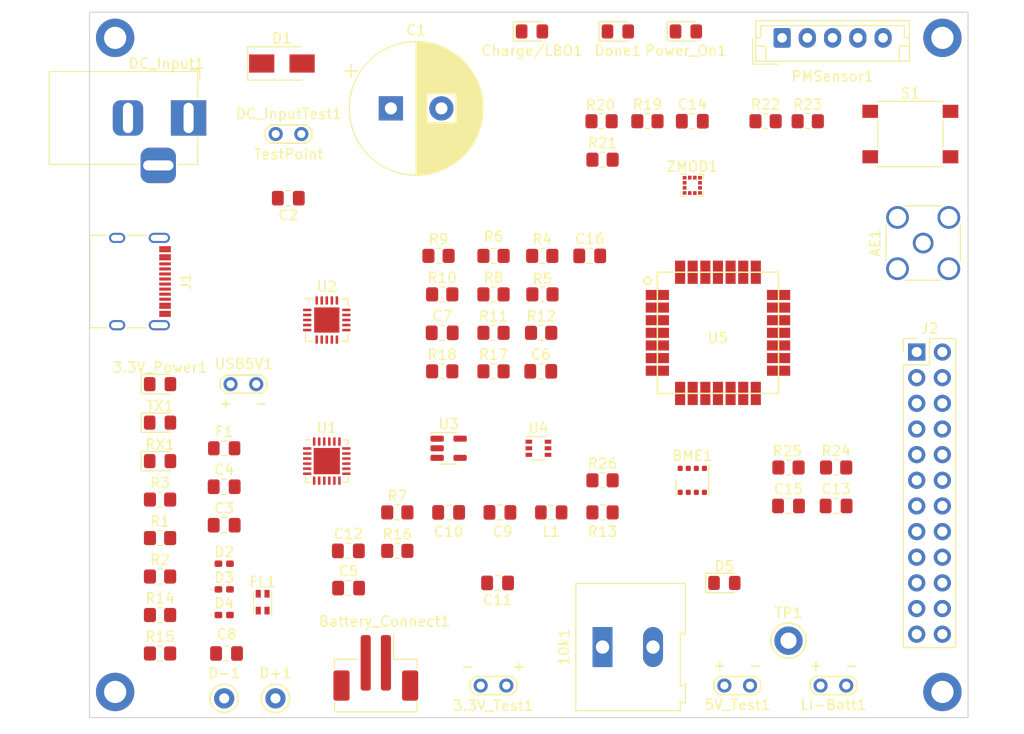
<source format=kicad_pcb>
(kicad_pcb (version 20211014) (generator pcbnew)
  (title_block (title "Aether Node ") (date "2022-01-01") (rev "1") (comment 1 "Randy Alvarez") (comment 3 "Editors"))
  (layers (0 "F.Cu" signal) (1 "In1.Cu" signal "Power.Cu") (2 "In2.Cu" signal "GND.Cu") (31 "B.Cu" signal) (34 "B.Paste" user) (35 "F.Paste" user) (36 "B.SilkS" user "B.Silkscreen") (37 "F.SilkS" user "F.Silkscreen") (38 "B.Mask" user) (39 "F.Mask" user) (44 "Edge.Cuts" user))
  (net 0 "")
  (net 1 "+3.3V")
  (net 2 "GND")
  (net 3 "PB4{slash}LED")
  (net 4 "Net-(3.3V_Power1-Pad2)")
  (net 5 "+5V")
  (net 6 "Net-(10k1-Pad1)")
  (net 7 "Net-(AE1-Pad1)")
  (net 8 "Battery")
  (net 9 "PA15{slash}SDA")
  (net 10 "PB15{slash}SCL")
  (net 11 "USB5V")
  (net 12 "/Power/VDD")
  (net 13 "RST")
  (net 14 "Net-(C6-Pad2)")
  (net 15 "Net-(C7-Pad1)")
  (net 16 "Net-(C10-Pad1)")
  (net 17 "Charge{slash}LBO ")
  (net 18 "Net-(Charge/LBO1-Pad2)")
  (net 19 "Net-(D+1-Pad1)")
  (net 20 "Net-(D-1-Pad1)")
  (net 21 "Net-(D1-Pad2)")
  (net 22 "PB3")
  (net 23 "/Power/GND_Break")
  (net 24 "Charge Done")
  (net 25 "Net-(Done1-Pad2)")
  (net 26 "Net-(FL1-Pad2)")
  (net 27 "Net-(FL1-Pad4)")
  (net 32 "PA13{slash}SWDIO")
  (net 33 "PA14{slash}SWCLK")
  (net 34 "PA10{slash}MOSI")
  (net 35 "PB14{slash}MISO")
  (net 36 "PB9{slash}NSS")
  (net 37 "PA13{slash}SCK")
  (net 38 "PA0{slash}D0")
  (net 39 "PA3{slash}RX2")
  (net 40 "Power On")
  (net 41 "Boost SHDN{slash}PC1")
  (net 42 "PB5{slash}ZMOD_INT")
  (net 43 "PB6{slash}TX")
  (net 44 "PB7{slash}RX")
  (net 45 "PA2{slash}TX2")
  (net 46 "Net-(L1-Pad2)")
  (net 47 "Net-(Power_On1-Pad2)")
  (net 48 "Net-(R7-Pad1)")
  (net 49 "Net-(R8-Pad1)")
  (net 50 "Net-(R10-Pad2)")
  (net 51 "Net-(R11-Pad2)")
  (net 52 "Net-(R12-Pad2)")
  (net 53 "Net-(R13-Pad2)")
  (net 54 "/Power/THERM")
  (net 55 "Net-(R19-Pad2)")
  (net 56 "Net-(TP1-Pad1)")
  (net 69 "Net-(R14-Pad2)")
  (net 70 "Net-(R15-Pad2)")
  (net 71 "Net-(RX1-Pad1)")
  (net 72 "Net-(TX1-Pad1)")
  (net 73 "VCC")
  (net 74 "Net-(J1-PadA5)")
  (net 75 "Net-(J1-PadB5)")
  (footprint "MountingHole:MountingHole_2.2mm_M2_ISO14580_Pad_TopBottom" (layer "F.Cu") (at 106.045 138.43)
    (fp_text reference "H2")
    (fp_text value "MountingHole")
    (pad "1" thru_hole circle locked (at 0 0) (size 2.6 2.6) (drill 2.2) (layers *.Cu *.Mask) (net 2 "GND"))
    (pad "1" connect circle locked (at 0 0) (size 3.8 3.8) (layers "F.Cu" "F.Mask") (net 2 "GND"))
    (pad "1" connect circle locked (at 0 0) (size 3.8 3.8) (layers "B.Cu" "B.Mask") (net 2 "GND"))
  )
  (footprint "TestPoint:TestPoint_2Pads_Pitch2.54mm_Drill0.8mm" (layer "F.Cu") (at 117.475 107.95)
    (fp_text reference "USB5V1" (at 1.3 -2) (layer "F.SilkS"))
    (fp_text value "TestPoint")
    (fp_text user "+   -" (at 1.27 1.905) (layer "F.SilkS"))
    (pad "1" thru_hole circle locked (at 0 0) (size 1.4 1.4) (drill 0.8) (layers *.Cu *.Mask) (net 11 "USB5V"))
    (pad "2" thru_hole circle locked (at 2.54 0) (size 1.4 1.4) (drill 0.8) (layers *.Cu *.Mask) (net 2 "GND"))
  )
  (footprint "Connector_PinHeader_2.54mm:PinHeader_2x12_P2.54mm_Vertical" (layer "F.Cu") (at 185.415 104.77)
    (fp_text reference "J2" (at 1.27 -2.33) (layer "F.SilkS"))
    (fp_text value "Conn_02x12_Top_Bottom")
    (pad "1" thru_hole rect locked (at 0 0) (size 1.7 1.7) (drill 1) (layers *.Cu *.Mask) (net 11 "USB5V"))
    (pad "2" thru_hole oval locked (at 2.54 0) (size 1.7 1.7) (drill 1) (layers *.Cu *.Mask) (net 1 "+3.3V"))
    (pad "3" thru_hole oval locked (at 0 2.54) (size 1.7 1.7) (drill 1) (layers *.Cu *.Mask) (net 32 "PA13{slash}SWDIO"))
    (pad "4" thru_hole oval locked (at 2.54 2.54) (size 1.7 1.7) (drill 1) (layers *.Cu *.Mask) (net 33 "PA14{slash}SWCLK"))
    (pad "5" thru_hole oval locked (at 0 5.08) (size 1.7 1.7) (drill 1) (layers *.Cu *.Mask) (net 13 "RST"))
    (pad "6" thru_hole oval locked (at 2.54 5.08) (size 1.7 1.7) (drill 1) (layers *.Cu *.Mask) (net 2 "GND"))
    (pad "7" thru_hole oval locked (at 0 7.62) (size 1.7 1.7) (drill 1) (layers *.Cu *.Mask) (net 34 "PA10{slash}MOSI"))
    (pad "8" thru_hole oval locked (at 2.54 7.62) (size 1.7 1.7) (drill 1) (layers *.Cu *.Mask) (net 35 "PB14{slash}MISO"))
    (pad "9" thru_hole oval locked (at 0 10.16) (size 1.7 1.7) (drill 1) (layers *.Cu *.Mask) (net 36 "PB9{slash}NSS"))
    (pad "10" thru_hole oval locked (at 2.54 10.16) (size 1.7 1.7) (drill 1) (layers *.Cu *.Mask) (net 37 "PA13{slash}SCK"))
    (pad "11" thru_hole oval locked (at 0 12.7) (size 1.7 1.7) (drill 1) (layers *.Cu *.Mask) (net 38 "PA0{slash}D0"))
    (pad "12" thru_hole oval locked (at 2.54 12.7) (size 1.7 1.7) (drill 1) (layers *.Cu *.Mask) (net 39 "PA3{slash}RX2"))
    (pad "13" thru_hole oval locked (at 0 15.24) (size 1.7 1.7) (drill 1) (layers *.Cu *.Mask) (net 40 "Power On"))
    (pad "14" thru_hole oval locked (at 2.54 15.24) (size 1.7 1.7) (drill 1) (layers *.Cu *.Mask) (net 24 "Charge Done"))
    (pad "15" thru_hole oval locked (at 0 17.78) (size 1.7 1.7) (drill 1) (layers *.Cu *.Mask) (net 17 "Charge{slash}LBO "))
    (pad "16" thru_hole oval locked (at 2.54 17.78) (size 1.7 1.7) (drill 1) (layers *.Cu *.Mask) (net 41 "Boost SHDN{slash}PC1"))
    (pad "17" thru_hole oval locked (at 0 20.32) (size 1.7 1.7) (drill 1) (layers *.Cu *.Mask) (net 42 "PB5{slash}ZMOD_INT"))
    (pad "18" thru_hole oval locked (at 2.54 20.32) (size 1.7 1.7) (drill 1) (layers *.Cu *.Mask) (net 43 "PB6{slash}TX"))
    (pad "19" thru_hole oval locked (at 0 22.86) (size 1.7 1.7) (drill 1) (layers *.Cu *.Mask) (net 44 "PB7{slash}RX"))
    (pad "20" thru_hole oval locked (at 2.54 22.86) (size 1.7 1.7) (drill 1) (layers *.Cu *.Mask) (net 22 "PB3"))
    (pad "21" thru_hole oval locked (at 0 25.4) (size 1.7 1.7) (drill 1) (layers *.Cu *.Mask) (net 10 "PB15{slash}SCL"))
    (pad "22" thru_hole oval locked (at 2.54 25.4) (size 1.7 1.7) (drill 1) (layers *.Cu *.Mask) (net 9 "PA15{slash}SDA"))
    (pad "23" thru_hole oval locked (at 0 27.94) (size 1.7 1.7) (drill 1) (layers *.Cu *.Mask) (net 45 "PA2{slash}TX2"))
    (pad "24" thru_hole oval locked (at 2.54 27.94) (size 1.7 1.7) (drill 1) (layers *.Cu *.Mask) (net 2 "GND"))
  )
  (footprint "Diode_SMD:D_SMA" (layer "F.Cu") (at 122.555 76.2)
    (fp_text reference "D1" (at 0 -2.5) (layer "F.SilkS"))
    (fp_text value "B120-E3")
    (pad "1" smd rect locked (at -2 0) (size 2.5 1.8) (layers "F.Cu" "F.Paste" "F.Mask") (net 73 "VCC"))
    (pad "2" smd rect locked (at 2 0) (size 2.5 1.8) (layers "F.Cu" "F.Paste" "F.Mask") (net 21 "Net-(D1-Pad2)"))
  )
  (footprint "Resistor_SMD:R_0805_2012Metric_Pad1.20x1.40mm_HandSolder" (layer "F.Cu") (at 138.43 99.06)
    (fp_text reference "R10" (at 0 -1.65) (layer "F.SilkS"))
    (fp_text value "2k")
    (pad "1" smd roundrect locked (at -1 0) (size 1.2 1.4) (layers "F.Cu" "F.Paste" "F.Mask") (roundrect_rratio 0.208333) (net 2 "GND"))
    (pad "2" smd roundrect locked (at 1 0) (size 1.2 1.4) (layers "F.Cu" "F.Paste" "F.Mask") (roundrect_rratio 0.208333) (net 50 "Net-(R10-Pad2)"))
  )
  (footprint "TerminalBlock:TerminalBlock_Altech_AK300-2_P5.00mm" (layer "F.Cu") (at 154.305 133.985)
    (fp_text reference "10k1" (at -3.81 0 90) (layer "F.SilkS"))
    (fp_text value "Thermistor")
    (pad "1" thru_hole rect locked (at 0 0) (size 1.98 3.96) (drill 1.32) (layers *.Cu *.Mask) (net 6 "Net-(10k1-Pad1)"))
    (pad "2" thru_hole oval locked (at 5 0) (size 1.98 3.96) (drill 1.32) (layers *.Cu *.Mask) (net 2 "GND"))
  )
  (footprint "Capacitor_SMD:C_0805_2012Metric_Pad1.18x1.45mm_HandSolder" (layer "F.Cu") (at 172.72 120.015)
    (fp_text reference "C15" (at 0 -1.68) (layer "F.SilkS"))
    (fp_text value "100nF")
    (pad "1" smd roundrect locked (at -1.0375 0) (size 1.175 1.45) (layers "F.Cu" "F.Paste" "F.Mask") (roundrect_rratio 0.212766) (net 1 "+3.3V"))
    (pad "2" smd roundrect locked (at 1.0375 0) (size 1.175 1.45) (layers "F.Cu" "F.Paste" "F.Mask") (roundrect_rratio 0.212766) (net 2 "GND"))
  )
  (footprint "Resistor_SMD:R_0805_2012Metric_Pad1.20x1.40mm_HandSolder" (layer "F.Cu") (at 154.305 117.475)
    (fp_text reference "R26" (at 0 -1.65) (layer "F.SilkS"))
    (fp_text value "36K")
    (pad "1" smd roundrect locked (at -1 0) (size 1.2 1.4) (layers "F.Cu" "F.Paste" "F.Mask") (roundrect_rratio 0.208333) (net 11 "USB5V"))
    (pad "2" smd roundrect locked (at 1 0) (size 1.2 1.4) (layers "F.Cu" "F.Paste" "F.Mask") (roundrect_rratio 0.208333) (net 22 "PB3"))
  )
  (footprint "Resistor_SMD:R_0805_2012Metric_Pad1.20x1.40mm_HandSolder" (layer "F.Cu") (at 138.43 106.68)
    (fp_text reference "R18" (at 0 -1.65) (layer "F.SilkS"))
    (fp_text value "100k")
    (pad "1" smd roundrect locked (at -1 0) (size 1.2 1.4) (layers "F.Cu" "F.Paste" "F.Mask") (roundrect_rratio 0.208333) (net 2 "GND"))
    (pad "2" smd roundrect locked (at 1 0) (size 1.2 1.4) (layers "F.Cu" "F.Paste" "F.Mask") (roundrect_rratio 0.208333) (net 6 "Net-(10k1-Pad1)"))
  )
  (footprint "Capacitor_SMD:C_0805_2012Metric_Pad1.18x1.45mm_HandSolder" (layer "F.Cu") (at 129.1375 124.46)
    (fp_text reference "C12" (at 0 -1.68) (layer "F.SilkS"))
    (fp_text value "10uF")
    (pad "1" smd roundrect locked (at -1.0375 0) (size 1.175 1.45) (layers "F.Cu" "F.Paste" "F.Mask") (roundrect_rratio 0.212766) (net 5 "+5V"))
    (pad "2" smd roundrect locked (at 1.0375 0) (size 1.175 1.45) (layers "F.Cu" "F.Paste" "F.Mask") (roundrect_rratio 0.212766) (net 2 "GND"))
  )
  (footprint "Resistor_SMD:R_0805_2012Metric_Pad1.20x1.40mm_HandSolder" (layer "F.Cu") (at 154.21 81.915 180)
    (fp_text reference "R20" (at 0.1082 1.6002) (layer "F.SilkS"))
    (fp_text value "10k")
    (pad "1" smd roundrect locked (at -1 0 180) (size 1.2 1.4) (layers "F.Cu" "F.Paste" "F.Mask") (roundrect_rratio 0.208333) (net 1 "+3.3V"))
    (pad "2" smd roundrect locked (at 1 0 180) (size 1.2 1.4) (layers "F.Cu" "F.Paste" "F.Mask") (roundrect_rratio 0.208333) (net 10 "PB15{slash}SCL"))
  )
  (footprint "TestPoint:TestPoint_2Pads_Pitch2.54mm_Drill0.8mm" (layer "F.Cu") (at 121.94 83.185)
    (fp_text reference "DC_InputTest1" (at 1.3 -2) (layer "F.SilkS"))
    (fp_text value "TestPoint" (at 1.27 2) (layer "F.SilkS"))
    (pad "1" thru_hole circle locked (at 0 0) (size 1.4 1.4) (drill 0.8) (layers *.Cu *.Mask) (net 2 "GND"))
    (pad "2" thru_hole circle locked (at 2.54 0) (size 1.4 1.4) (drill 0.8) (layers *.Cu *.Mask) (net 73 "VCC"))
  )
  (footprint "Resistor_SMD:R_0805_2012Metric_Pad1.20x1.40mm_HandSolder" (layer "F.Cu") (at 138.065 95.25)
    (fp_text reference "R9" (at 0 -1.65) (layer "F.SilkS"))
    (fp_text value "100k")
    (pad "1" smd roundrect locked (at -1 0) (size 1.2 1.4) (layers "F.Cu" "F.Paste" "F.Mask") (roundrect_rratio 0.208333) (net 2 "GND"))
    (pad "2" smd roundrect locked (at 1 0) (size 1.2 1.4) (layers "F.Cu" "F.Paste" "F.Mask") (roundrect_rratio 0.208333) (net 49 "Net-(R8-Pad1)"))
  )
  (footprint "Resistor_SMD:R_0805_2012Metric_Pad1.20x1.40mm_HandSolder" (layer "F.Cu") (at 110.49 127)
    (fp_text reference "R2" (at 0 -1.65) (layer "F.SilkS"))
    (fp_text value "1k")
    (pad "1" smd roundrect locked (at -1 0) (size 1.2 1.4) (layers "F.Cu" "F.Paste" "F.Mask") (roundrect_rratio 0.208333) (net 4 "Net-(3.3V_Power1-Pad2)"))
    (pad "2" smd roundrect locked (at 1 0) (size 1.2 1.4) (layers "F.Cu" "F.Paste" "F.Mask") (roundrect_rratio 0.208333) (net 1 "+3.3V"))
  )
  (footprint "Capacitor_SMD:C_0805_2012Metric_Pad1.18x1.45mm_HandSolder" (layer "F.Cu") (at 116.84 121.92)
    (fp_text reference "C3" (at 0 -1.68) (layer "F.SilkS"))
    (fp_text value "10uF")
    (pad "1" smd roundrect locked (at -1.0375 0) (size 1.175 1.45) (layers "F.Cu" "F.Paste" "F.Mask") (roundrect_rratio 0.212766) (net 11 "USB5V"))
    (pad "2" smd roundrect locked (at 1.0375 0) (size 1.175 1.45) (layers "F.Cu" "F.Paste" "F.Mask") (roundrect_rratio 0.212766) (net 2 "GND"))
  )
  (footprint "Resistor_SMD:R_0805_2012Metric_Pad1.20x1.40mm_HandSolder" (layer "F.Cu") (at 172.72 116.205 180)
    (fp_text reference "R25" (at 0.127 1.6256) (layer "F.SilkS"))
    (fp_text value "4.7k")
    (pad "1" smd roundrect locked (at -1 0 180) (size 1.2 1.4) (layers "F.Cu" "F.Paste" "F.Mask") (roundrect_rratio 0.208333) (net 1 "+3.3V"))
    (pad "2" smd roundrect locked (at 1 0 180) (size 1.2 1.4) (layers "F.Cu" "F.Paste" "F.Mask") (roundrect_rratio 0.208333) (net 10 "PB15{slash}SCL"))
  )
  (footprint "Button_Switch_SMD:SW_Push_1P1T_NO_6x6mm_H9.5mm" (layer "F.Cu") (at 184.785 83.185)
    (fp_text reference "S1" (at 0 -4.05) (layer "F.SilkS"))
    (fp_text value "Button")
    (pad "1" smd rect locked (at 3.975 -2.25) (size 1.55 1.3) (layers "F.Cu" "F.Paste" "F.Mask") (net 13 "RST"))
    (pad "1" smd rect locked (at -3.975 -2.25) (size 1.55 1.3) (layers "F.Cu" "F.Paste" "F.Mask") (net 13 "RST"))
    (pad "2" smd rect locked (at 3.975 2.25) (size 1.55 1.3) (layers "F.Cu" "F.Paste" "F.Mask") (net 2 "GND"))
    (pad "2" smd rect locked (at -3.975 2.25) (size 1.55 1.3) (layers "F.Cu" "F.Paste" "F.Mask") (net 2 "GND"))
  )
  (footprint "Capacitor_SMD:C_0805_2012Metric_Pad1.18x1.45mm_HandSolder" (layer "F.Cu") (at 177.435 120.015)
    (fp_text reference "C13" (at 0 -1.68) (layer "F.SilkS"))
    (fp_text value "100nF")
    (pad "1" smd roundrect locked (at -1.0375 0) (size 1.175 1.45) (layers "F.Cu" "F.Paste" "F.Mask") (roundrect_rratio 0.212766) (net 1 "+3.3V"))
    (pad "2" smd roundrect locked (at 1.0375 0) (size 1.175 1.45) (layers "F.Cu" "F.Paste" "F.Mask") (roundrect_rratio 0.212766) (net 2 "GND"))
  )
  (footprint "Resistor_SMD:R_0805_2012Metric_Pad1.20x1.40mm_HandSolder" (layer "F.Cu") (at 110.49 119.38)
    (fp_text reference "R3" (at 0 -1.65) (layer "F.SilkS"))
    (fp_text value "5.1k")
    (pad "1" smd roundrect locked (at -1 0) (size 1.2 1.4) (layers "F.Cu" "F.Paste" "F.Mask") (roundrect_rratio 0.208333) (net 2 "GND"))
    (pad "2" smd roundrect locked (at 1 0) (size 1.2 1.4) (layers "F.Cu" "F.Paste" "F.Mask") (roundrect_rratio 0.208333) (net 75 "Net-(J1-PadB5)"))
  )
  (footprint "TestPoint:TestPoint_Keystone_5005-5009_Compact" (layer "F.Cu") (at 172.72 133.35)
    (fp_text reference "TP1" (at 0 -2.75) (layer "F.SilkS"))
    (fp_text value "TestPoint")
    (pad "1" thru_hole circle locked (at 0 0) (size 2.8 2.8) (drill 1.6) (layers *.Cu *.Mask) (net 56 "Net-(TP1-Pad1)"))
  )
  (footprint "Capacitor_SMD:C_0805_2012Metric_Pad1.18x1.45mm_HandSolder" (layer "F.Cu") (at 163.195 81.915)
    (fp_text reference "C14" (at 0 -1.68) (layer "F.SilkS"))
    (fp_text value "100nF")
    (pad "1" smd roundrect locked (at -1.0375 0) (size 1.175 1.45) (layers "F.Cu" "F.Paste" "F.Mask") (roundrect_rratio 0.212766) (net 1 "+3.3V"))
    (pad "2" smd roundrect locked (at 1.0375 0) (size 1.175 1.45) (layers "F.Cu" "F.Paste" "F.Mask") (roundrect_rratio 0.212766) (net 2 "GND"))
  )
  (footprint "Connector_JST:JST_EH_B5B-EH-A_1x05_P2.50mm_Vertical" (layer "F.Cu") (at 172.085 73.66)
    (fp_text reference "PMSensor1" (at 5 3.81) (layer "F.SilkS"))
    (fp_text value "SPS30")
    (pad "1" thru_hole roundrect locked (at 0 0) (size 1.7 1.95) (drill 0.95) (layers *.Cu *.Mask) (roundrect_rratio 0.147059) (net 5 "+5V"))
    (pad "2" thru_hole oval locked (at 2.5 0) (size 1.7 1.95) (drill 0.95) (layers *.Cu *.Mask) (net 9 "PA15{slash}SDA"))
    (pad "3" thru_hole oval locked (at 5 0) (size 1.7 1.95) (drill 0.95) (layers *.Cu *.Mask) (net 10 "PB15{slash}SCL"))
    (pad "4" thru_hole oval locked (at 7.5 0) (size 1.7 1.95) (drill 0.95) (layers *.Cu *.Mask) (net 2 "GND"))
    (pad "5" thru_hole oval locked (at 10 0) (size 1.7 1.95) (drill 0.95) (layers *.Cu *.Mask) (net 2 "GND"))
  )
  (footprint "Package_TO_SOT_SMD:SOT-23-5" (layer "F.Cu") (at 139.065 114.3)
    (fp_text reference "U3" (at 0 -2.4) (layer "F.SilkS"))
    (fp_text value "LP2985-3.3")
    (pad "1" smd roundrect locked (at -1.1375 -0.95) (size 1.325 0.6) (layers "F.Cu" "F.Paste" "F.Mask") (net 15 "Net-(C7-Pad1)"))
    (pad "2" smd roundrect locked (at -1.1375 0) (size 1.325 0.6) (layers "F.Cu" "F.Paste" "F.Mask") (net 2 "GND"))
    (pad "3" smd roundrect locked (at -1.1375 0.95) (size 1.325 0.6) (layers "F.Cu" "F.Paste" "F.Mask") (net 15 "Net-(C7-Pad1)"))
    (pad "4" smd roundrect locked (at 1.1375 0.95) (size 1.325 0.6) (layers "F.Cu" "F.Paste" "F.Mask") (net 16 "Net-(C10-Pad1)"))
    (pad "5" smd roundrect locked (at 1.1375 -0.95) (size 1.325 0.6) (layers "F.Cu" "F.Paste" "F.Mask") (net 1 "+3.3V"))
  )
  (footprint "Resistor_SMD:R_0805_2012Metric_Pad1.20x1.40mm_HandSolder" (layer "F.Cu") (at 110.49 130.81)
    (fp_text reference "R14" (at 0 -1.65) (layer "F.SilkS"))
    (fp_text value "1k")
    (pad "1" smd roundrect locked (at -1 0) (size 1.2 1.4) (layers "F.Cu" "F.Paste" "F.Mask") (roundrect_rratio 0.208333) (net 12 "/Power/VDD"))
    (pad "2" smd roundrect locked (at 1 0) (size 1.2 1.4) (layers "F.Cu" "F.Paste" "F.Mask") (roundrect_rratio 0.208333) (net 69 "Net-(R14-Pad2)"))
  )
  (footprint "Resistor_SMD:R_0805_2012Metric_Pad1.20x1.40mm_HandSolder" (layer "F.Cu") (at 110.49 134.62)
    (fp_text reference "R15" (at 0 -1.65) (layer "F.SilkS"))
    (fp_text value "1k")
    (pad "1" smd roundrect locked (at -1 0) (size 1.2 1.4) (layers "F.Cu" "F.Paste" "F.Mask") (roundrect_rratio 0.208333) (net 12 "/Power/VDD"))
    (pad "2" smd roundrect locked (at 1 0) (size 1.2 1.4) (layers "F.Cu" "F.Paste" "F.Mask") (roundrect_rratio 0.208333) (net 70 "Net-(R15-Pad2)"))
  )
  (footprint "Resistor_SMD:R_0805_2012Metric_Pad1.20x1.40mm_HandSolder" (layer "F.Cu") (at 148.336 95.25 180)
    (fp_text reference "R4" (at 0 1.651) (layer "F.SilkS"))
    (fp_text value "1k")
    (pad "1" smd roundrect locked (at -1 0 180) (size 1.2 1.4) (layers "F.Cu" "F.Paste" "F.Mask") (roundrect_rratio 0.208333) (net 18 "Net-(Charge/LBO1-Pad2)"))
    (pad "2" smd roundrect locked (at 1 0 180) (size 1.2 1.4) (layers "F.Cu" "F.Paste" "F.Mask") (roundrect_rratio 0.208333) (net 73 "VCC"))
  )
  (footprint "Diode_SMD:D_0402_1005Metric_Pad0.77x0.64mm_HandSolder" (layer "F.Cu") (at 116.84 125.73)
    (fp_text reference "D2" (at 0 -1.17) (layer "F.SilkS"))
    (fp_text value "ESD Diode")
    (pad "1" smd roundrect locked (at -0.5725 0) (size 0.765 0.64) (layers "F.Cu" "F.Paste" "F.Mask") (net 11 "USB5V"))
    (pad "2" smd roundrect locked (at 0.5725 0) (size 0.765 0.64) (layers "F.Cu" "F.Paste" "F.Mask") (net 2 "GND"))
  )
  (footprint "Capacitor_SMD:C_0805_2012Metric_Pad1.18x1.45mm_HandSolder" (layer "F.Cu") (at 143.9125 127.635 180)
    (fp_text reference "C11" (at 0 -1.68) (layer "F.SilkS"))
    (fp_text value "10uF")
    (pad "1" smd roundrect locked (at -1.0375 0 180) (size 1.175 1.45) (layers "F.Cu" "F.Paste" "F.Mask") (roundrect_rratio 0.212766) (net 1 "+3.3V"))
    (pad "2" smd roundrect locked (at 1.0375 0 180) (size 1.175 1.45) (layers "F.Cu" "F.Paste" "F.Mask") (roundrect_rratio 0.212766) (net 2 "GND"))
  )
  (footprint "TestPoint:TestPoint_2Pads_Pitch2.54mm_Drill0.8mm" (layer "F.Cu") (at 166.37 137.795)
    (fp_text reference "5V_Test1" (at 1.3 1.905) (layer "F.SilkS"))
    (fp_text value "TestPoint")
    (fp_text user "+   -" (at 1.3 -2) (layer "F.SilkS"))
    (pad "1" thru_hole circle locked (at 0 0) (size 1.4 1.4) (drill 0.8) (layers *.Cu *.Mask) (net 5 "+5V"))
    (pad "2" thru_hole circle locked (at 2.54 0) (size 1.4 1.4) (drill 0.8) (layers *.Cu *.Mask) (net 2 "GND"))
  )
  (footprint "TestPoint:TestPoint_Keystone_5000-5004_Miniature" (layer "F.Cu") (at 121.92 139.065)
    (fp_text reference "D+1" (at 0 -2.5) (layer "F.SilkS"))
    (fp_text value "TestPoint")
    (pad "1" thru_hole circle locked (at 0 0) (size 2 2) (drill 1) (layers *.Cu *.Mask) (net 19 "Net-(D+1-Pad1)"))
  )
  (footprint "Package_DFN_QFN:QFN-24-1EP_4x4mm_P0.5mm_EP2.6x2.6mm" (layer "F.Cu") (at 127 115.57)
    (fp_text reference "U1" (at 0 -3.3) (layer "F.SilkS"))
    (fp_text value "CP2102N")
    (pad "1" smd roundrect locked (at -1.9375 -1.25) (size 0.825 0.25) (layers "F.Cu" "F.Paste" "F.Mask"))
    (pad "2" smd roundrect locked (at -1.9375 -0.75) (size 0.825 0.25) (layers "F.Cu" "F.Paste" "F.Mask") (net 2 "GND"))
    (pad "3" smd roundrect locked (at -1.9375 -0.25) (size 0.825 0.25) (layers "F.Cu" "F.Paste" "F.Mask") (net 26 "Net-(FL1-Pad2)"))
    (pad "4" smd roundrect locked (at -1.9375 0.25) (size 0.825 0.25) (layers "F.Cu" "F.Paste" "F.Mask") (net 27 "Net-(FL1-Pad4)"))
    (pad "5" smd roundrect locked (at -1.9375 0.75) (size 0.825 0.25) (layers "F.Cu" "F.Paste" "F.Mask") (net 12 "/Power/VDD"))
    (pad "6" smd roundrect locked (at -1.9375 1.25) (size 0.825 0.25) (layers "F.Cu" "F.Paste" "F.Mask") (net 12 "/Power/VDD"))
    (pad "7" smd roundrect locked (at -1.25 1.9375) (size 0.25 0.825) (layers "F.Cu" "F.Paste" "F.Mask") (net 11 "USB5V"))
    (pad "8" smd roundrect locked (at -0.75 1.9375) (size 0.25 0.825) (layers "F.Cu" "F.Paste" "F.Mask") (net 11 "USB5V"))
    (pad "9" smd roundrect locked (at -0.25 1.9375) (size 0.25 0.825) (layers "F.Cu" "F.Paste" "F.Mask") (net 48 "Net-(R7-Pad1)"))
    (pad "10" smd roundrect locked (at 0.25 1.9375) (size 0.25 0.825) (layers "F.Cu" "F.Paste" "F.Mask"))
    (pad "11" smd roundrect locked (at 0.75 1.9375) (size 0.25 0.825) (layers "F.Cu" "F.Paste" "F.Mask"))
    (pad "12" smd roundrect locked (at 1.25 1.9375) (size 0.25 0.825) (layers "F.Cu" "F.Paste" "F.Mask"))
    (pad "13" smd roundrect locked (at 1.9375 1.25) (size 0.825 0.25) (layers "F.Cu" "F.Paste" "F.Mask") (net 71 "Net-(RX1-Pad1)"))
    (pad "14" smd roundrect locked (at 1.9375 0.75) (size 0.825 0.25) (layers "F.Cu" "F.Paste" "F.Mask") (net 72 "Net-(TX1-Pad1)"))
    (pad "15" smd roundrect locked (at 1.9375 0.25) (size 0.825 0.25) (layers "F.Cu" "F.Paste" "F.Mask"))
    (pad "16" smd roundrect locked (at 1.9375 -0.25) (size 0.825 0.25) (layers "F.Cu" "F.Paste" "F.Mask"))
    (pad "17" smd roundrect locked (at 1.9375 -0.75) (size 0.825 0.25) (layers "F.Cu" "F.Paste" "F.Mask"))
    (pad "18" smd roundrect locked (at 1.9375 -1.25) (size 0.825 0.25) (layers "F.Cu" "F.Paste" "F.Mask"))
    (pad "19" smd roundrect locked (at 1.25 -1.9375) (size 0.25 0.825) (layers "F.Cu" "F.Paste" "F.Mask"))
    (pad "20" smd roundrect locked (at 0.75 -1.9375) (size 0.25 0.825) (layers "F.Cu" "F.Paste" "F.Mask") (net 53 "Net-(R13-Pad2)"))
    (pad "21" smd roundrect locked (at 0.25 -1.9375) (size 0.25 0.825) (layers "F.Cu" "F.Paste" "F.Mask") (net 52 "Net-(R12-Pad2)"))
    (pad "22" smd roundrect locked (at -0.25 -1.9375) (size 0.25 0.825) (layers "F.Cu" "F.Paste" "F.Mask"))
    (pad "23" smd roundrect locked (at -0.75 -1.9375) (size 0.25 0.825) (layers "F.Cu" "F.Paste" "F.Mask") (net 14 "Net-(C6-Pad2)"))
    (pad "24" smd roundrect locked (at -1.25 -1.9375) (size 0.25 0.825) (layers "F.Cu" "F.Paste" "F.Mask"))
    (pad "25" smd rect locked (at 0 0) (size 2.6 2.6) (layers "F.Cu" "F.Mask") (net 2 "GND"))
  )
  (footprint "Resistor_SMD:R_0805_2012Metric_Pad1.20x1.40mm_HandSolder" (layer "F.Cu") (at 143.51 95.25 180)
    (fp_text reference "R6" (at 0 1.905) (layer "F.SilkS"))
    (fp_text value "1k")
    (pad "1" smd roundrect locked (at -1 0 180) (size 1.2 1.4) (layers "F.Cu" "F.Paste" "F.Mask") (roundrect_rratio 0.208333) (net 47 "Net-(Power_On1-Pad2)"))
    (pad "2" smd roundrect locked (at 1 0 180) (size 1.2 1.4) (layers "F.Cu" "F.Paste" "F.Mask") (roundrect_rratio 0.208333) (net 73 "VCC"))
  )
  (footprint "LED_SMD:LED_0805_2012Metric_Pad1.15x1.40mm_HandSolder" (layer "F.Cu") (at 147.32 73.025)
    (fp_text reference "Charge/LBO1" (at 0 1.905) (layer "F.SilkS"))
    (fp_text value "Orange")
    (pad "1" smd roundrect locked (at -1.025 0) (size 1.15 1.4) (layers "F.Cu" "F.Paste" "F.Mask") (roundrect_rratio 0.217391) (net 17 "Charge{slash}LBO "))
    (pad "2" smd roundrect locked (at 1.025 0) (size 1.15 1.4) (layers "F.Cu" "F.Paste" "F.Mask") (roundrect_rratio 0.217391) (net 18 "Net-(Charge/LBO1-Pad2)"))
  )
  (footprint "MountingHole:MountingHole_2.2mm_M2_ISO14580_Pad_TopBottom" (layer "F.Cu") (at 106.045 73.66)
    (fp_text reference "H4")
    (fp_text value "MountingHole")
    (pad "1" thru_hole circle locked (at 0 0) (size 2.6 2.6) (drill 2.2) (layers *.Cu *.Mask) (net 2 "GND"))
    (pad "1" connect circle locked (at 0 0) (size 3.8 3.8) (layers "B.Cu" "B.Mask") (net 2 "GND"))
    (pad "1" connect circle locked (at 0 0) (size 3.8 3.8) (layers "F.Cu" "F.Mask") (net 2 "GND"))
  )
  (footprint "Diode_SMD:D_0402_1005Metric_Pad0.77x0.64mm_HandSolder" (layer "F.Cu") (at 116.84 128.27)
    (fp_text reference "D3" (at 0 -1.17) (layer "F.SilkS"))
    (fp_text value "ESD Diode")
    (pad "1" smd roundrect locked (at -0.5725 0) (size 0.765 0.64) (layers "F.Cu" "F.Paste" "F.Mask") (net 20 "Net-(D-1-Pad1)"))
    (pad "2" smd roundrect locked (at 0.5725 0) (size 0.765 0.64) (layers "F.Cu" "F.Paste" "F.Mask") (net 2 "GND"))
  )
  (footprint "LED_SMD:LED_0805_2012Metric_Pad1.15x1.40mm_HandSolder" (layer "F.Cu") (at 110.49 115.57)
    (fp_text reference "RX1" (at 0 -1.65) (layer "F.SilkS"))
    (fp_text value "Blue")
    (pad "1" smd roundrect locked (at -1.025 0) (size 1.15 1.4) (layers "F.Cu" "F.Paste" "F.Mask") (roundrect_rratio 0.217391) (net 71 "Net-(RX1-Pad1)"))
    (pad "2" smd roundrect locked (at 1.025 0) (size 1.15 1.4) (layers "F.Cu" "F.Paste" "F.Mask") (roundrect_rratio 0.217391) (net 70 "Net-(R15-Pad2)"))
  )
  (footprint "TestPoint:TestPoint_Keystone_5000-5004_Miniature" (layer "F.Cu") (at 116.84 139.065)
    (fp_text reference "D-1" (at 0 -2.5) (layer "F.SilkS"))
    (fp_text value "TestPoint")
    (pad "1" thru_hole circle locked (at 0 0) (size 2 2) (drill 1) (layers *.Cu *.Mask) (net 20 "Net-(D-1-Pad1)"))
  )
  (footprint "Connector_JST:JST_PH_B2B-PH-SM4-TB_1x02-1MP_P2.00mm_Vertical" (layer "F.Cu") (at 131.855 136.045 180)
    (fp_text reference "Battery_Connect1" (at -0.86 4.6) (layer "F.SilkS"))
    (fp_text value "JST_2_PIN_Connector")
    (pad "1" smd roundrect locked (at -1 0.5 180) (size 1 5.5) (layers "F.Cu" "F.Paste" "F.Mask") (net 8 "Battery"))
    (pad "2" smd roundrect locked (at 1 0.5 180) (size 1 5.5) (layers "F.Cu" "F.Paste" "F.Mask") (net 2 "GND"))
    (pad "MP" smd roundrect locked (at -3.4 -1.75 180) (size 1.6 3) (layers "F.Cu" "F.Paste" "F.Mask") (roundrect_rratio 0.15625))
    (pad "MP" smd roundrect locked (at 3.4 -1.75 180) (size 1.6 3) (layers "F.Cu" "F.Paste" "F.Mask") (roundrect_rratio 0.15625))
  )
  (footprint "Capacitor_SMD:C_0805_2012Metric_Pad1.18x1.45mm_HandSolder" (layer "F.Cu") (at 153.035 95.25)
    (fp_text reference "C16" (at 0 -1.68) (layer "F.SilkS"))
    (fp_text value "4.7uF")
    (pad "1" smd roundrect locked (at -1.0375 0) (size 1.175 1.45) (layers "F.Cu" "F.Paste" "F.Mask") (roundrect_rratio 0.212766) (net 2 "GND"))
    (pad "2" smd roundrect locked (at 1.0375 0) (size 1.175 1.45) (layers "F.Cu" "F.Paste" "F.Mask") (roundrect_rratio 0.212766) (net 1 "+3.3V"))
  )
  (footprint "Capacitor_SMD:C_0805_2012Metric_Pad1.18x1.45mm_HandSolder" (layer "F.Cu") (at 129.159 128.143)
    (fp_text reference "C5" (at 0 -1.68) (layer "F.SilkS"))
    (fp_text value "100nF")
    (pad "1" smd roundrect locked (at -1.0375 0) (size 1.175 1.45) (layers "F.Cu" "F.Paste" "F.Mask") (roundrect_rratio 0.212766) (net 12 "/Power/VDD"))
    (pad "2" smd roundrect locked (at 1.0375 0) (size 1.175 1.45) (layers "F.Cu" "F.Paste" "F.Mask") (roundrect_rratio 0.212766) (net 2 "GND"))
  )
  (footprint "Capacitor_THT:CP_Radial_D13.0mm_P5.00mm" (layer "F.Cu") (at 133.35 80.645)
    (fp_text reference "C1" (at 2.5 -7.75) (layer "F.SilkS"))
    (fp_text value "4.7mF/10V")
    (pad "1" thru_hole rect locked (at 0 0) (size 2.4 2.4) (drill 1.2) (layers *.Cu *.Mask) (net 73 "VCC"))
    (pad "2" thru_hole circle locked (at 5 0) (size 2.4 2.4) (drill 1.2) (layers *.Cu *.Mask) (net 2 "GND"))
  )
  (footprint "Inductor_SMD:L_0805_2012Metric_Pad1.15x1.40mm_HandSolder" (layer "F.Cu") (at 149.225 120.65)
    (fp_text reference "L1" (at 0 1.905) (layer "F.SilkS"))
    (fp_text value "10uH")
    (pad "1" smd roundrect locked (at -1.025 0) (size 1.15 1.4) (layers "F.Cu" "F.Paste" "F.Mask") (roundrect_rratio 0.217391) (net 8 "Battery"))
    (pad "2" smd roundrect locked (at 1.025 0) (size 1.15 1.4) (layers "F.Cu" "F.Paste" "F.Mask") (roundrect_rratio 0.217391) (net 46 "Net-(L1-Pad2)"))
  )
  (footprint "TestPoint:TestPoint_2Pads_Pitch2.54mm_Drill0.8mm" (layer "F.Cu") (at 144.78 137.795 180)
    (fp_text reference "3.3V_Test1" (at 1.3 -2) (layer "F.SilkS"))
    (fp_text value "TestPoint")
    (fp_text user "-     +" (at 1.3 1.905) (layer "F.SilkS"))
    (pad "1" thru_hole circle locked (at 0 0 180) (size 1.4 1.4) (drill 0.8) (layers *.Cu *.Mask) (net 1 "+3.3V"))
    (pad "2" thru_hole circle locked (at 2.54 0 180) (size 1.4 1.4) (drill 0.8) (layers *.Cu *.Mask) (net 2 "GND"))
  )
  (footprint "LED_SMD:LED_0805_2012Metric_Pad1.15x1.40mm_HandSolder" (layer "F.Cu") (at 155.82 73.025)
    (fp_text reference "Done1" (at 0 1.905) (layer "F.SilkS"))
    (fp_text value "Green")
    (pad "1" smd roundrect locked (at -1.025 0) (size 1.15 1.4) (layers "F.Cu" "F.Paste" "F.Mask") (roundrect_rratio 0.217391) (net 24 "Charge Done"))
    (pad "2" smd roundrect locked (at 1.025 0) (size 1.15 1.4) (layers "F.Cu" "F.Paste" "F.Mask") (roundrect_rratio 0.217391) (net 25 "Net-(Done1-Pad2)"))
  )
  (footprint "Resistor_SMD:R_0805_2012Metric_Pad1.20x1.40mm_HandSolder" (layer "F.Cu") (at 154.305 120.65 180)
    (fp_text reference "R13" (at 0 -1.905) (layer "F.SilkS"))
    (fp_text value "20")
    (pad "1" smd roundrect locked (at -1 0 180) (size 1.2 1.4) (layers "F.Cu" "F.Paste" "F.Mask") (roundrect_rratio 0.208333) (net 43 "PB6{slash}TX"))
    (pad "2" smd roundrect locked (at 1 0 180) (size 1.2 1.4) (layers "F.Cu" "F.Paste" "F.Mask") (roundrect_rratio 0.208333) (net 53 "Net-(R13-Pad2)"))
  )
  (footprint "Resistor_SMD:R_0805_2012Metric_Pad1.20x1.40mm_HandSolder" (layer "F.Cu") (at 143.51 102.87)
    (fp_text reference "R11" (at 0 -1.65) (layer "F.SilkS"))
    (fp_text value "100k")
    (pad "1" smd roundrect locked (at -1 0) (size 1.2 1.4) (layers "F.Cu" "F.Paste" "F.Mask") (roundrect_rratio 0.208333) (net 2 "GND"))
    (pad "2" smd roundrect locked (at 1 0) (size 1.2 1.4) (layers "F.Cu" "F.Paste" "F.Mask") (roundrect_rratio 0.208333) (net 51 "Net-(R11-Pad2)"))
  )
  (footprint "Capacitor_SMD:C_0805_2012Metric_Pad1.18x1.45mm_HandSolder" (layer "F.Cu") (at 139.065 120.65 180)
    (fp_text reference "C10" (at 0 -1.905) (layer "F.SilkS"))
    (fp_text value "10nF")
    (pad "1" smd roundrect locked (at -1.0375 0 180) (size 1.175 1.45) (layers "F.Cu" "F.Paste" "F.Mask") (roundrect_rratio 0.212766) (net 16 "Net-(C10-Pad1)"))
    (pad "2" smd roundrect locked (at 1.0375 0 180) (size 1.175 1.45) (layers "F.Cu" "F.Paste" "F.Mask") (roundrect_rratio 0.212766) (net 2 "GND"))
  )
  (footprint "LED_SMD:LED_0805_2012Metric_Pad1.15x1.40mm_HandSolder" (layer "F.Cu") (at 162.56 73.025)
    (fp_text reference "Power_On1" (at 0 1.905) (layer "F.SilkS"))
    (fp_text value "Red")
    (pad "1" smd roundrect locked (at -1.025 0) (size 1.15 1.4) (layers "F.Cu" "F.Paste" "F.Mask") (roundrect_rratio 0.217391) (net 40 "Power On"))
    (pad "2" smd roundrect locked (at 1.025 0) (size 1.15 1.4) (layers "F.Cu" "F.Paste" "F.Mask") (roundrect_rratio 0.217391) (net 47 "Net-(Power_On1-Pad2)"))
  )
  (footprint "Resistor_SMD:R_0805_2012Metric_Pad1.20x1.40mm_HandSolder" (layer "F.Cu") (at 158.75 81.915)
    (fp_text reference "R19" (at 0 -1.65) (layer "F.SilkS"))
    (fp_text value "10k")
    (pad "1" smd roundrect locked (at -1 0) (size 1.2 1.4) (layers "F.Cu" "F.Paste" "F.Mask") (roundrect_rratio 0.208333) (net 1 "+3.3V"))
    (pad "2" smd roundrect locked (at 1 0) (size 1.2 1.4) (layers "F.Cu" "F.Paste" "F.Mask") (roundrect_rratio 0.208333) (net 55 "Net-(R19-Pad2)"))
  )
  (footprint "Capacitor_SMD:C_0805_2012Metric_Pad1.18x1.45mm_HandSolder" (layer "F.Cu") (at 144.145 120.65)
    (fp_text reference "C9" (at 0.261252 1.905) (layer "F.SilkS"))
    (fp_text value "1uF")
    (pad "1" smd roundrect locked (at -1.0375 0) (size 1.175 1.45) (layers "F.Cu" "F.Paste" "F.Mask") (roundrect_rratio 0.212766) (net 8 "Battery"))
    (pad "2" smd roundrect locked (at 1.0375 0) (size 1.175 1.45) (layers "F.Cu" "F.Paste" "F.Mask") (roundrect_rratio 0.212766) (net 2 "GND"))
  )
  (footprint "Resistor_SMD:R_0805_2012Metric_Pad1.20x1.40mm_HandSolder" (layer "F.Cu") (at 110.49 123.19)
    (fp_text reference "R1" (at 0 -1.65) (layer "F.SilkS"))
    (fp_text value "5.1k")
    (pad "1" smd roundrect locked (at -1 0) (size 1.2 1.4) (layers "F.Cu" "F.Paste" "F.Mask") (roundrect_rratio 0.208333) (net 2 "GND"))
    (pad "2" smd roundrect locked (at 1 0) (size 1.2 1.4) (layers "F.Cu" "F.Paste" "F.Mask") (roundrect_rratio 0.208333) (net 74 "Net-(J1-PadA5)"))
  )
  (footprint "Capacitor_SMD:C_0805_2012Metric_Pad1.18x1.45mm_HandSolder" (layer "F.Cu") (at 123.19 89.535 180)
    (fp_text reference "C2" (at 0 -1.68) (layer "F.SilkS"))
    (fp_text value "10uF/10V")
    (pad "1" smd roundrect locked (at -1.0375 0 180) (size 1.175 1.45) (layers "F.Cu" "F.Paste" "F.Mask") (roundrect_rratio 0.212766) (net 73 "VCC"))
    (pad "2" smd roundrect locked (at 1.0375 0 180) (size 1.175 1.45) (layers "F.Cu" "F.Paste" "F.Mask") (roundrect_rratio 0.212766) (net 2 "GND"))
  )
  (footprint "Resistor_SMD:R_0805_2012Metric_Pad1.20x1.40mm_HandSolder" (layer "F.Cu") (at 177.435 116.205)
    (fp_text reference "R24" (at 0 -1.65) (layer "F.SilkS"))
    (fp_text value "4.7k")
    (pad "1" smd roundrect locked (at -1 0) (size 1.2 1.4) (layers "F.Cu" "F.Paste" "F.Mask") (roundrect_rratio 0.208333) (net 1 "+3.3V"))
    (pad "2" smd roundrect locked (at 1 0) (size 1.2 1.4) (layers "F.Cu" "F.Paste" "F.Mask") (roundrect_rratio 0.208333) (net 9 "PA15{slash}SDA"))
  )
  (footprint "Package_LGA:LGA-12_2x2mm_P0.5mm" (layer "F.Cu") (at 163.195 88.265)
    (fp_text reference "ZMOD1" (at 0 -1.85) (layer "F.SilkS"))
    (fp_text value "Renesas")
    (pad "1" smd rect locked (at -0.7625 -0.75) (size 0.375 0.35) (layers "F.Cu" "F.Paste" "F.Mask") (net 10 "PB15{slash}SCL"))
    (pad "2" smd rect locked (at -0.7625 -0.25) (size 0.375 0.35) (layers "F.Cu" "F.Paste" "F.Mask") (net 9 "PA15{slash}SDA"))
    (pad "3" smd rect locked (at -0.7625 0.25) (size 0.375 0.35) (layers "F.Cu" "F.Paste" "F.Mask") (net 42 "PB5{slash}ZMOD_INT"))
    (pad "4" smd rect locked (at -0.7625 0.75) (size 0.375 0.35) (layers "F.Cu" "F.Paste" "F.Mask"))
    (pad "5" smd rect locked (at -0.25 0.7625 90) (size 0.375 0.35) (layers "F.Cu" "F.Paste" "F.Mask") (net 1 "+3.3V"))
    (pad "6" smd rect locked (at 0.25 0.7625 90) (size 0.375 0.35) (layers "F.Cu" "F.Paste" "F.Mask") (net 2 "GND"))
    (pad "7" smd rect locked (at 0.7625 0.75) (size 0.375 0.35) (layers "F.Cu" "F.Paste" "F.Mask") (net 2 "GND"))
    (pad "8" smd rect locked (at 0.7625 0.25) (size 0.375 0.35) (layers "F.Cu" "F.Paste" "F.Mask"))
    (pad "9" smd rect locked (at 0.7625 -0.25) (size 0.375 0.35) (layers "F.Cu" "F.Paste" "F.Mask") (net 2 "GND"))
    (pad "10" smd rect locked (at 0.7625 -0.75) (size 0.375 0.35) (layers "F.Cu" "F.Paste" "F.Mask") (net 1 "+3.3V"))
    (pad "11" smd rect locked (at 0.25 -0.7625 90) (size 0.375 0.35) (layers "F.Cu" "F.Paste" "F.Mask") (net 55 "Net-(R19-Pad2)"))
    (pad "12" smd rect locked (at -0.25 -0.7625 90) (size 0.375 0.35) (layers "F.Cu" "F.Paste" "F.Mask"))
  )
  (footprint "LED_SMD:LED_0805_2012Metric_Pad1.15x1.40mm_HandSolder" (layer "F.Cu") (at 110.49 107.95)
    (fp_text reference "3.3V_Power1" (at 0 -1.65) (layer "F.SilkS"))
    (fp_text value "Red")
    (pad "1" smd roundrect locked (at -1.025 0) (size 1.15 1.4) (layers "F.Cu" "F.Paste" "F.Mask") (roundrect_rratio 0.217391) (net 3 "PB4{slash}LED"))
    (pad "2" smd roundrect locked (at 1.025 0) (size 1.15 1.4) (layers "F.Cu" "F.Paste" "F.Mask") (roundrect_rratio 0.217391) (net 4 "Net-(3.3V_Power1-Pad2)"))
  )
  (footprint "Resistor_SMD:R_0805_2012Metric_Pad1.20x1.40mm_HandSolder" (layer "F.Cu") (at 143.51 106.68)
    (fp_text reference "R17" (at 0 -1.65) (layer "F.SilkS"))
    (fp_text value "1k")
    (pad "1" smd roundrect locked (at -1 0) (size 1.2 1.4) (layers "F.Cu" "F.Paste" "F.Mask") (roundrect_rratio 0.208333) (net 6 "Net-(10k1-Pad1)"))
    (pad "2" smd roundrect locked (at 1 0) (size 1.2 1.4) (layers "F.Cu" "F.Paste" "F.Mask") (roundrect_rratio 0.208333) (net 54 "/Power/THERM"))
  )
  (footprint "MountingHole:MountingHole_2.2mm_M2_ISO14580_Pad_TopBottom" (layer "F.Cu") (at 187.96 138.43)
    (fp_text reference "H1")
    (fp_text value "MountingHole")
    (pad "1" connect circle locked (at 0 0) (size 3.8 3.8) (layers "F.Cu" "F.Mask") (net 2 "GND"))
    (pad "1" connect circle locked (at 0 0) (size 3.8 3.8) (layers "B.Cu" "B.Mask") (net 2 "GND"))
    (pad "1" thru_hole circle locked (at 0 0) (size 2.6 2.6) (drill 2.2) (layers *.Cu *.Mask) (net 2 "GND"))
  )
  (footprint "Package_DFN_QFN:QFN-20-1EP_4x4mm_P0.5mm_EP2.5x2.5mm" (layer "F.Cu") (at 127 101.6)
    (fp_text reference "U2" (at 0 -3.3) (layer "F.SilkS"))
    (fp_text value "MCP73871_U")
    (pad "1" smd roundrect locked (at -1.9375 -1) (size 0.825 0.25) (layers "F.Cu" "F.Paste" "F.Mask") (net 15 "Net-(C7-Pad1)"))
    (pad "2" smd roundrect locked (at -1.9375 -0.5) (size 0.825 0.25) (layers "F.Cu" "F.Paste" "F.Mask") (net 49 "Net-(R8-Pad1)"))
    (pad "3" smd roundrect locked (at -1.9375 0) (size 0.825 0.25) (layers "F.Cu" "F.Paste" "F.Mask") (net 73 "VCC"))
    (pad "4" smd roundrect locked (at -1.9375 0.5) (size 0.825 0.25) (layers "F.Cu" "F.Paste" "F.Mask") (net 73 "VCC"))
    (pad "5" smd roundrect locked (at -1.9375 1) (size 0.825 0.25) (layers "F.Cu" "F.Paste" "F.Mask") (net 54 "/Power/THERM"))
    (pad "6" smd roundrect locked (at -1 1.9375) (size 0.25 0.825) (layers "F.Cu" "F.Paste" "F.Mask") (net 40 "Power On"))
    (pad "7" smd roundrect locked (at -0.5 1.9375) (size 0.25 0.825) (layers "F.Cu" "F.Paste" "F.Mask") (net 24 "Charge Done"))
    (pad "8" smd roundrect locked (at 0 1.9375) (size 0.25 0.825) (layers "F.Cu" "F.Paste" "F.Mask") (net 17 "Charge{slash}LBO "))
    (pad "9" smd roundrect locked (at 0.5 1.9375) (size 0.25 0.825) (layers "F.Cu" "F.Paste" "F.Mask") (net 73 "VCC"))
    (pad "10" smd roundrect locked (at 1 1.9375) (size 0.25 0.825) (layers "F.Cu" "F.Paste" "F.Mask") (net 2 "GND"))
    (pad "11" smd roundrect locked (at 1.9375 1) (size 0.825 0.25) (layers "F.Cu" "F.Paste" "F.Mask") (net 2 "GND"))
    (pad "12" smd roundrect locked (at 1.9375 0.5) (size 0.825 0.25) (layers "F.Cu" "F.Paste" "F.Mask") (net 51 "Net-(R11-Pad2)"))
    (pad "13" smd roundrect locked (at 1.9375 0) (size 0.825 0.25) (layers "F.Cu" "F.Paste" "F.Mask") (net 50 "Net-(R10-Pad2)"))
    (pad "14" smd roundrect locked (at 1.9375 -0.5) (size 0.825 0.25) (layers "F.Cu" "F.Paste" "F.Mask") (net 8 "Battery"))
    (pad "15" smd roundrect locked (at 1.9375 -1) (size 0.825 0.25) (layers "F.Cu" "F.Paste" "F.Mask") (net 8 "Battery"))
    (pad "16" smd roundrect locked (at 1 -1.9375) (size 0.25 0.825) (layers "F.Cu" "F.Paste" "F.Mask") (net 8 "Battery"))
    (pad "17" smd roundrect locked (at 0.5 -1.9375) (size 0.25 0.825) (layers "F.Cu" "F.Paste" "F.Mask") (net 73 "VCC"))
    (pad "18" smd roundrect locked (at 0 -1.9375) (size 0.25 0.825) (layers "F.Cu" "F.Paste" "F.Mask") (net 73 "VCC"))
    (pad "19" smd roundrect locked (at -0.5 -1.9375) (size 0.25 0.825) (layers "F.Cu" "F.Paste" "F.Mask") (net 73 "VCC"))
    (pad "20" smd roundrect locked (at -1 -1.9375) (size 0.25 0.825) (layers "F.Cu" "F.Paste" "F.Mask") (net 15 "Net-(C7-Pad1)"))
    (pad "21" smd rect locked (at 0 0) (size 2.5 2.5) (layers "F.Cu" "F.Mask") (net 2 "GND"))
  )
  (footprint "Diode_SMD:D_0402_1005Metric_Pad0.77x0.64mm_HandSolder" (layer "F.Cu") (at 116.84 130.81)
    (fp_text reference "D4" (at 0 -1.17) (layer "F.SilkS"))
    (fp_text value "ESD Diode")
    (pad "1" smd roundrect locked (at -0.5725 0) (size 0.765 0.64) (layers "F.Cu" "F.Paste" "F.Mask") (net 19 "Net-(D+1-Pad1)"))
    (pad "2" smd roundrect locked (at 0.5725 0) (size 0.765 0.64) (layers "F.Cu" "F.Paste" "F.Mask") (net 2 "GND"))
  )
  (footprint "Resistor_SMD:R_0805_2012Metric_Pad1.20x1.40mm_HandSolder" (layer "F.Cu") (at 148.225 102.87)
    (fp_text reference "R12" (at 0 -1.65) (layer "F.SilkS"))
    (fp_text value "20")
    (pad "1" smd roundrect locked (at -1 0) (size 1.2 1.4) (layers "F.Cu" "F.Paste" "F.Mask") (roundrect_rratio 0.208333) (net 44 "PB7{slash}RX"))
    (pad "2" smd roundrect locked (at 1 0) (size 1.2 1.4) (layers "F.Cu" "F.Paste" "F.Mask") (roundrect_rratio 0.208333) (net 52 "Net-(R12-Pad2)"))
  )
  (footprint "Capacitor_SMD:C_0805_2012Metric_Pad1.18x1.45mm_HandSolder" (layer "F.Cu") (at 138.43 102.87)
    (fp_text reference "C7" (at 0 -1.68) (layer "F.SilkS"))
    (fp_text value "2.2uF")
    (pad "1" smd roundrect locked (at -1.0375 0) (size 1.175 1.45) (layers "F.Cu" "F.Paste" "F.Mask") (roundrect_rratio 0.212766) (net 15 "Net-(C7-Pad1)"))
    (pad "2" smd roundrect locked (at 1.0375 0) (size 1.175 1.45) (layers "F.Cu" "F.Paste" "F.Mask") (roundrect_rratio 0.212766) (net 2 "GND"))
  )
  (footprint "Capacitor_SMD:C_0805_2012Metric_Pad1.18x1.45mm_HandSolder" (layer "F.Cu") (at 117.0725 134.62 180)
    (fp_text reference "C8" (at 0 1.905) (layer "F.SilkS"))
    (fp_text value "10uF")
    (pad "1" smd roundrect locked (at -1.0375 0 180) (size 1.175 1.45) (layers "F.Cu" "F.Paste" "F.Mask") (roundrect_rratio 0.212766) (net 8 "Battery"))
    (pad "2" smd roundrect locked (at 1.0375 0 180) (size 1.175 1.45) (layers "F.Cu" "F.Paste" "F.Mask") (roundrect_rratio 0.212766) (net 2 "GND"))
  )
  (footprint "Resistor_SMD:R_0805_2012Metric_Pad1.20x1.40mm_HandSolder" (layer "F.Cu") (at 133.985 124.46)
    (fp_text reference "R16" (at 0 -1.65) (layer "F.SilkS"))
    (fp_text value "10k")
    (pad "1" smd roundrect locked (at -1 0) (size 1.2 1.4) (layers "F.Cu" "F.Paste" "F.Mask") (roundrect_rratio 0.208333) (net 41 "Boost SHDN{slash}PC1"))
    (pad "2" smd roundrect locked (at 1 0) (size 1.2 1.4) (layers "F.Cu" "F.Paste" "F.Mask") (roundrect_rratio 0.208333) (net 2 "GND"))
  )
  (footprint "LoRa-E5:LoRa-E5" (layer "F.Cu") (at 165.735 102.87)
    (fp_text reference "U5" (at 0 0.5) (layer "F.SilkS"))
    (fp_text value "LoRa-E5")
    (pad "1" smd rect locked (at -6 -3.75 90) (size 1 2.3) (layers "F.Cu" "F.Paste" "F.Mask") (net 1 "+3.3V"))
    (pad "2" smd rect locked (at -6 -2.5 90) (size 1 2.3) (layers "F.Cu" "F.Paste" "F.Mask") (net 2 "GND"))
    (pad "3" smd rect locked (at -6 -1.25 90) (size 1 2.3) (layers "F.Cu" "F.Paste" "F.Mask") (net 32 "PA13{slash}SWDIO"))
    (pad "4" smd rect locked (at -6 0 90) (size 1 2.3) (layers "F.Cu" "F.Paste" "F.Mask") (net 33 "PA14{slash}SWCLK"))
    (pad "5" smd rect locked (at -6 1.25 90) (size 1 2.3) (layers "F.Cu" "F.Paste" "F.Mask") (net 10 "PB15{slash}SCL"))
    (pad "6" smd rect locked (at -6 2.5 90) (size 1 2.3) (layers "F.Cu" "F.Paste" "F.Mask") (net 9 "PA15{slash}SDA"))
    (pad "7" smd rect locked (at -6 3.75 90) (size 1 2.3) (layers "F.Cu" "F.Paste" "F.Mask") (net 3 "PB4{slash}LED"))
    (pad "8" smd rect locked (at -3.75 6 180) (size 1 2.3) (layers "F.Cu" "F.Paste" "F.Mask") (net 22 "PB3"))
    (pad "9" smd rect locked (at -2.5 6 180) (size 1 2.3) (layers "F.Cu" "F.Paste" "F.Mask") (net 44 "PB7{slash}RX"))
    (pad "10" smd rect locked (at -1.25 6 180) (size 1 2.3) (layers "F.Cu" "F.Paste" "F.Mask") (net 43 "PB6{slash}TX"))
    (pad "11" smd rect locked (at 0 6 180) (size 1 2.3) (layers "F.Cu" "F.Paste" "F.Mask") (net 42 "PB5{slash}ZMOD_INT"))
    (pad "12" smd rect locked (at 1.25 6 180) (size 1 2.3) (layers "F.Cu" "F.Paste" "F.Mask") (net 41 "Boost SHDN{slash}PC1"))
    (pad "13" smd rect locked (at 2.5 6 180) (size 1 2.3) (layers "F.Cu" "F.Paste" "F.Mask") (net 17 "Charge{slash}LBO "))
    (pad "14" smd rect locked (at 3.75 6 180) (size 1 2.3) (layers "F.Cu" "F.Paste" "F.Mask") (net 2 "GND"))
    (pad "15" smd rect locked (at 6 3.75 270) (size 1 2.3) (layers "F.Cu" "F.Paste" "F.Mask") (net 7 "Net-(AE1-Pad1)"))
    (pad "16" smd rect locked (at 6 2.5 270) (size 1 2.3) (layers "F.Cu" "F.Paste" "F.Mask") (net 2 "GND"))
    (pad "17" smd rect locked (at 6 1.25 270) (size 1 2.3) (layers "F.Cu" "F.Paste" "F.Mask") (net 13 "RST"))
    (pad "18" smd rect locked (at 6 0 270) (size 1 2.3) (layers "F.Cu" "F.Paste" "F.Mask") (net 39 "PA3{slash}RX2"))
    (pad "19" smd rect locked (at 6 -1.25 270) (size 1 2.3) (layers "F.Cu" "F.Paste" "F.Mask") (net 45 "PA2{slash}TX2"))
    (pad "20" smd rect locked (at 6 -2.5 270) (size 1 2.3) (layers "F.Cu" "F.Paste" "F.Mask") (net 24 "Charge Done"))
    (pad "21" smd rect locked (at 6 -3.75 270) (size 1 2.3) (layers "F.Cu" "F.Paste" "F.Mask") (net 40 "Power On"))
    (pad "22" smd rect locked (at 3.75 -6) (size 1 2.3) (layers "F.Cu" "F.Paste" "F.Mask") (net 2 "GND"))
    (pad "23" smd rect locked (at 2.5 -6) (size 1 2.3) (layers "F.Cu" "F.Paste" "F.Mask") (net 38 "PA0{slash}D0"))
    (pad "24" smd rect locked (at 1.25 -6) (size 1 2.3) (layers "F.Cu" "F.Paste" "F.Mask") (net 37 "PA13{slash}SCK"))
    (pad "25" smd rect locked (at 0 -6) (size 1 2.3) (layers "F.Cu" "F.Paste" "F.Mask") (net 36 "PB9{slash}NSS"))
    (pad "26" smd rect locked (at -1.25 -6) (size 1 2.3) (layers "F.Cu" "F.Paste" "F.Mask") (net 35 "PB14{slash}MISO"))
    (pad "27" smd rect locked (at -2.5 -6) (size 1 2.3) (layers "F.Cu" "F.Paste" "F.Mask") (net 34 "PA10{slash}MOSI"))
    (pad "28" smd rect locked (at -3.75 -6) (size 1 2.3) (layers "F.Cu" "F.Paste" "F.Mask") (net 56 "Net-(TP1-Pad1)"))
  )
  (footprint "TestPoint:TestPoint_2Pads_Pitch2.54mm_Drill0.8mm" (layer "F.Cu") (at 175.895 137.795)
    (fp_text reference "Li-Batt1" (at 1.27 1.905) (layer "F.SilkS"))
    (fp_text value "TestPoint")
    (fp_text user "+   -" (at 1.3 -2) (layer "F.SilkS"))
    (pad "1" thru_hole circle locked (at 0 0) (size 1.4 1.4) (drill 0.8) (layers *.Cu *.Mask) (net 8 "Battery"))
    (pad "2" thru_hole circle locked (at 2.54 0) (size 1.4 1.4) (drill 0.8) (layers *.Cu *.Mask) (net 2 "GND"))
  )
  (footprint "Connector_USB:USB_C_Receptacle_XKB_U262-16XN-4BVC11" (layer "F.Cu") (at 107.315 97.79 -90)
    (fp_text reference "J1" (at 0 -5.715 -90) (layer "F.SilkS"))
    (fp_text value "USB_C_Receptacle_USB2.0")
    (pad "" np_thru_hole circle locked (at 2.89 -2.605 270) (size 0.65 0.65) (drill 0.65) (layers *.Cu *.Mask))
    (pad "" np_thru_hole circle locked (at -2.89 -2.605 270) (size 0.65 0.65) (drill 0.65) (layers *.Cu *.Mask))
    (pad "A1" smd rect locked (at -3.35 -3.67 270) (size 0.3 1.15) (layers "F.Cu" "F.Paste" "F.Mask") (net 23 "/Power/GND_Break"))
    (pad "A4" smd rect locked (at -2.55 -3.67 270) (size 0.3 1.15) (layers "F.Cu" "F.Paste" "F.Mask") (net 73 "VCC"))
    (pad "A5" smd rect locked (at -1.25 -3.67 270) (size 0.3 1.15) (layers "F.Cu" "F.Paste" "F.Mask") (net 74 "Net-(J1-PadA5)"))
    (pad "A6" smd rect locked (at -0.25 -3.67 270) (size 0.3 1.15) (layers "F.Cu" "F.Paste" "F.Mask"))
    (pad "A7" smd rect locked (at 0.25 -3.67 270) (size 0.3 1.15) (layers "F.Cu" "F.Paste" "F.Mask"))
    (pad "A8" smd rect locked (at 1.25 -3.67 270) (size 0.3 1.15) (layers "F.Cu" "F.Paste" "F.Mask"))
    (pad "A9" smd rect locked (at 2.55 -3.67 270) (size 0.3 1.15) (layers "F.Cu" "F.Paste" "F.Mask") (net 73 "VCC"))
    (pad "A12" smd rect locked (at 3.35 -3.67 270) (size 0.3 1.15) (layers "F.Cu" "F.Paste" "F.Mask") (net 23 "/Power/GND_Break"))
    (pad "B1" smd rect locked (at 3.05 -3.67 270) (size 0.3 1.15) (layers "F.Cu" "F.Paste" "F.Mask") (net 23 "/Power/GND_Break"))
    (pad "B4" smd rect locked (at 2.25 -3.67 270) (size 0.3 1.15) (layers "F.Cu" "F.Paste" "F.Mask") (net 73 "VCC"))
    (pad "B5" smd rect locked (at 1.75 -3.67 270) (size 0.3 1.15) (layers "F.Cu" "F.Paste" "F.Mask") (net 75 "Net-(J1-PadB5)"))
    (pad "B6" smd rect locked (at 0.75 -3.67 270) (size 0.3 1.15) (layers "F.Cu" "F.Paste" "F.Mask") (net 19 "Net-(D+1-Pad1)"))
    (pad "B7" smd rect locked (at -0.75 -3.67 270) (size 0.3 1.15) (layers "F.Cu" "F.Paste" "F.Mask") (net 20 "Net-(D-1-Pad1)"))
    (pad "B8" smd rect locked (at -1.75 -3.67 270) (size 0.3 1.15) (layers "F.Cu" "F.Paste" "F.Mask"))
    (pad "B9" smd rect locked (at -2.25 -3.67 270) (size 0.3 1.15) (layers "F.Cu" "F.Paste" "F.Mask") (net 73 "VCC"))
    (pad "B12" smd rect locked (at -3.05 -3.67 270) (size 0.3 1.15) (layers "F.Cu" "F.Paste" "F.Mask") (net 23 "/Power/GND_Break"))
    (pad "S1" thru_hole oval locked (at 4.32 1.075 270) (size 1 1.6) (drill oval 0.6 1.2) (layers *.Cu *.Mask) (net 2 "GND"))
    (pad "S1" thru_hole oval locked (at -4.32 -3.105 270) (size 1 2.1) (drill oval 0.6 1.7) (layers *.Cu *.Mask) (net 2 "GND"))
    (pad "S1" thru_hole oval locked (at -4.32 1.075 270) (size 1 1.6) (drill oval 0.6 1.2) (layers *.Cu *.Mask) (net 2 "GND"))
    (pad "S1" thru_hole oval locked (at 4.32 -3.105 270) (size 1 2.1) (drill oval 0.6 1.7) (layers *.Cu *.Mask) (net 2 "GND"))
  )
  (footprint "Capacitor_SMD:C_0805_2012Metric_Pad1.18x1.45mm_HandSolder" (layer "F.Cu") (at 116.84 118.11)
    (fp_text reference "C4" (at 0 -1.68) (layer "F.SilkS"))
    (fp_text value "100nF")
    (pad "1" smd roundrect locked (at -1.0375 0) (size 1.175 1.45) (layers "F.Cu" "F.Paste" "F.Mask") (roundrect_rratio 0.212766) (net 11 "USB5V"))
    (pad "2" smd roundrect locked (at 1.0375 0) (size 1.175 1.45) (layers "F.Cu" "F.Paste" "F.Mask") (roundrect_rratio 0.212766) (net 2 "GND"))
  )
  (footprint "Fuse:Fuse_0805_2012Metric_Pad1.15x1.40mm_HandSolder" (layer "F.Cu") (at 116.84 114.3)
    (fp_text reference "F1" (at 0 -1.65) (layer "F.SilkS"))
    (fp_text value "1A")
    (pad "1" smd roundrect locked (at -1.025 0) (size 1.15 1.4) (layers "F.Cu" "F.Paste" "F.Mask") (roundrect_rratio 0.217391) (net 73 "VCC"))
    (pad "2" smd roundrect locked (at 1.025 0) (size 1.15 1.4) (layers "F.Cu" "F.Paste" "F.Mask") (roundrect_rratio 0.217391) (net 11 "USB5V"))
  )
  (footprint "Inductor_SMD:L_CommonModeChoke_Coilcraft_0805USB" (layer "F.Cu") (at 120.65 129.54 180)
    (fp_text reference "FL1" (at 0 2) (layer "F.SilkS"))
    (fp_text value "Choke")
    (pad "1" smd roundrect locked (at -0.435 -0.835 180) (size 0.51 0.76) (layers "F.Cu" "F.Paste" "F.Mask") (roundrect_rratio 0.05) (net 19 "Net-(D+1-Pad1)"))
    (pad "2" smd roundrect locked (at -0.435 0.835 180) (size 0.51 0.76) (layers "F.Cu" "F.Paste" "F.Mask") (roundrect_rratio 0.05) (net 26 "Net-(FL1-Pad2)"))
    (pad "3" smd roundrect locked (at 0.435 0.835 180) (size 0.51 0.76) (layers "F.Cu" "F.Paste" "F.Mask") (roundrect_rratio 0.05) (net 20 "Net-(D-1-Pad1)"))
    (pad "4" smd roundrect locked (at 0.435 -0.835 180) (size 0.51 0.76) (layers "F.Cu" "F.Paste" "F.Mask") (roundrect_rratio 0.05) (net 27 "Net-(FL1-Pad4)"))
  )
  (footprint "Resistor_SMD:R_0805_2012Metric_Pad1.20x1.40mm_HandSolder" (layer "F.Cu") (at 154.305 85.725)
    (fp_text reference "R21" (at 0 -1.65) (layer "F.SilkS"))
    (fp_text value "10k")
    (pad "1" smd roundrect locked (at -1 0) (size 1.2 1.4) (layers "F.Cu" "F.Paste" "F.Mask") (roundrect_rratio 0.208333) (net 1 "+3.3V"))
    (pad "2" smd roundrect locked (at 1 0) (size 1.2 1.4) (layers "F.Cu" "F.Paste" "F.Mask") (roundrect_rratio 0.208333) (net 9 "PA15{slash}SDA"))
  )
  (footprint "Connector_BarrelJack:BarrelJack_Horizontal" (layer "F.Cu") (at 113.315 81.5925)
    (fp_text reference "DC_Input1" (at -2.19 -5.3925) (layer "F.SilkS"))
    (fp_text value "Solar Panel Jack Input")
    (pad "1" thru_hole rect locked (at 0 0) (size 3.5 3.5) (drill oval 1 3) (layers *.Cu *.Mask) (net 21 "Net-(D1-Pad2)"))
    (pad "2" thru_hole roundrect locked (at -6 0) (size 3 3.5) (drill oval 1 3) (layers *.Cu *.Mask) (net 23 "/Power/GND_Break"))
    (pad "3" thru_hole roundrect locked (at -3 4.7) (size 3.5 3.5) (drill oval 3 1) (layers *.Cu *.Mask) (net 2 "GND"))
  )
  (footprint "Package_LGA:Bosch_LGA-8_3x3mm_P0.8mm_ClockwisePinNumbering" (layer "F.Cu") (at 163.195 117.475)
    (fp_text reference "BME1" (at 0 -2.45) (layer "F.SilkS"))
    (fp_text value "Bosch")
    (pad "1" smd roundrect locked (at -1.2 -1.1875) (size 0.5 0.525) (layers "F.Cu" "F.Paste" "F.Mask") (net 2 "GND"))
    (pad "2" smd roundrect locked (at -0.4 -1.1875) (size 0.5 0.525) (layers "F.Cu" "F.Paste" "F.Mask") (net 1 "+3.3V"))
    (pad "3" smd roundrect locked (at 0.4 -1.1875) (size 0.5 0.525) (layers "F.Cu" "F.Paste" "F.Mask") (net 9 "PA15{slash}SDA"))
    (pad "4" smd roundrect locked (at 1.2 -1.1875) (size 0.5 0.525) (layers "F.Cu" "F.Paste" "F.Mask") (net 10 "PB15{slash}SCL"))
    (pad "5" smd roundrect locked (at 1.2 1.1875) (size 0.5 0.525) (layers "F.Cu" "F.Paste" "F.Mask") (net 2 "GND"))
    (pad "6" smd roundrect locked (at 0.4 1.1875) (size 0.5 0.525) (layers "F.Cu" "F.Paste" "F.Mask") (net 1 "+3.3V"))
    (pad "7" smd roundrect locked (at -0.4 1.1875) (size 0.5 0.525) (layers "F.Cu" "F.Paste" "F.Mask") (net 2 "GND"))
    (pad "8" smd roundrect locked (at -1.2 1.1875) (size 0.5 0.525) (layers "F.Cu" "F.Paste" "F.Mask") (net 1 "+3.3V"))
  )
  (footprint "Resistor_SMD:R_0805_2012Metric_Pad1.20x1.40mm_HandSolder" (layer "F.Cu") (at 143.51 99.06)
    (fp_text reference "R8" (at 0 -1.65) (layer "F.SilkS"))
    (fp_text value "270k")
    (pad "1" smd roundrect locked (at -1 0) (size 1.2 1.4) (layers "F.Cu" "F.Paste" "F.Mask") (roundrect_rratio 0.208333) (net 49 "Net-(R8-Pad1)"))
    (pad "2" smd roundrect locked (at 1 0) (size 1.2 1.4) (layers "F.Cu" "F.Paste" "F.Mask") (roundrect_rratio 0.208333) (net 73 "VCC"))
  )
  (footprint "Resistor_SMD:R_0805_2012Metric_Pad1.20x1.40mm_HandSolder" (layer "F.Cu") (at 170.45 81.915)
    (fp_text reference "R22" (at 0 -1.65) (layer "F.SilkS"))
    (fp_text value "10k")
    (pad "1" smd roundrect locked (at -1 0) (size 1.2 1.4) (layers "F.Cu" "F.Paste" "F.Mask") (roundrect_rratio 0.208333) (net 1 "+3.3V"))
    (pad "2" smd roundrect locked (at 1 0) (size 1.2 1.4) (layers "F.Cu" "F.Paste" "F.Mask") (roundrect_rratio 0.208333) (net 9 "PA15{slash}SDA"))
  )
  (footprint "Resistor_SMD:R_0805_2012Metric_Pad1.20x1.40mm_HandSolder" (layer "F.Cu") (at 133.985 120.65)
    (fp_text reference "R7" (at 0 -1.65) (layer "F.SilkS"))
    (fp_text value "1k")
    (pad "1" smd roundrect locked (at -1 0) (size 1.2 1.4) (layers "F.Cu" "F.Paste" "F.Mask") (roundrect_rratio 0.208333) (net 48 "Net-(R7-Pad1)"))
    (pad "2" smd roundrect locked (at 1 0) (size 1.2 1.4) (layers "F.Cu" "F.Paste" "F.Mask") (roundrect_rratio 0.208333) (net 12 "/Power/VDD"))
  )
  (footprint "Capacitor_SMD:C_0805_2012Metric_Pad1.18x1.45mm_HandSolder" (layer "F.Cu") (at 148.1875 106.68)
    (fp_text reference "C6" (at 0 -1.68) (layer "F.SilkS"))
    (fp_text value "100nF")
    (pad "1" smd roundrect locked (at -1.0375 0) (size 1.175 1.45) (layers "F.Cu" "F.Paste" "F.Mask") (roundrect_rratio 0.212766) (net 13 "RST"))
    (pad "2" smd roundrect locked (at 1.0375 0) (size 1.175 1.45) (layers "F.Cu" "F.Paste" "F.Mask") (roundrect_rratio 0.212766) (net 14 "Net-(C6-Pad2)"))
  )
  (footprint "Resistor_SMD:R_0805_2012Metric_Pad1.20x1.40mm_HandSolder" (layer "F.Cu") (at 148.352 99.06 180)
    (fp_text reference "R5" (at 0 1.524) (layer "F.SilkS"))
    (fp_text value "1k")
    (pad "1" smd roundrect locked (at -1 0 180) (size 1.2 1.4) (layers "F.Cu" "F.Paste" "F.Mask") (roundrect_rratio 0.208333) (net 25 "Net-(Done1-Pad2)"))
    (pad "2" smd roundrect locked (at 1 0 180) (size 1.2 1.4) (layers "F.Cu" "F.Paste" "F.Mask") (roundrect_rratio 0.208333) (net 73 "VCC"))
  )
  (footprint "Connector_Coaxial:SMA_Amphenol_132134_Vertical" (layer "F.Cu") (at 186.055 93.98 90)
    (fp_text reference "AE1" (at 0 -4.75 90) (layer "F.SilkS"))
    (fp_text value "Antenna")
    (pad "1" thru_hole circle locked (at 0 0 90) (size 2.05 2.05) (drill 1.5) (layers *.Cu *.Mask) (net 7 "Net-(AE1-Pad1)"))
    (pad "2" thru_hole circle locked (at 2.54 2.54 90) (size 2.25 2.25) (drill 1.7) (layers *.Cu *.Mask))
    (pad "2" thru_hole circle locked (at 2.54 -2.54 90) (size 2.25 2.25) (drill 1.7) (layers *.Cu *.Mask))
    (pad "2" thru_hole circle locked (at -2.54 2.54 90) (size 2.25 2.25) (drill 1.7) (layers *.Cu *.Mask))
    (pad "2" thru_hole circle locked (at -2.54 -2.54 90) (size 2.25 2.25) (drill 1.7) (layers *.Cu *.Mask))
  )
  (footprint "Package_TO_SOT_SMD:SOT-363_SC-70-6" (layer "F.Cu") (at 147.955 114.3)
    (fp_text reference "U4" (at 0 -2) (layer "F.SilkS"))
    (fp_text value "LTC3525-5")
    (pad "1" smd rect locked (at -0.95 -0.65) (size 0.65 0.4) (layers "F.Cu" "F.Paste" "F.Mask") (net 41 "Boost SHDN{slash}PC1"))
    (pad "2" smd rect locked (at -0.95 0) (size 0.65 0.4) (layers "F.Cu" "F.Paste" "F.Mask") (net 2 "GND"))
    (pad "3" smd rect locked (at -0.95 0.65) (size 0.65 0.4) (layers "F.Cu" "F.Paste" "F.Mask") (net 8 "Battery"))
    (pad "4" smd rect locked (at 0.95 0.65) (size 0.65 0.4) (layers "F.Cu" "F.Paste" "F.Mask") (net 5 "+5V"))
    (pad "5" smd rect locked (at 0.95 0) (size 0.65 0.4) (layers "F.Cu" "F.Paste" "F.Mask") (net 2 "GND"))
    (pad "6" smd rect locked (at 0.95 -0.65) (size 0.65 0.4) (layers "F.Cu" "F.Paste" "F.Mask") (net 46 "Net-(L1-Pad2)"))
  )
  (footprint "LED_SMD:LED_0805_2012Metric_Pad1.15x1.40mm_HandSolder" (layer "F.Cu") (at 110.49 111.76)
    (fp_text reference "TX1" (at 0 -1.65) (layer "F.SilkS"))
    (fp_text value "Green")
    (pad "1" smd roundrect locked (at -1.025 0) (size 1.15 1.4) (layers "F.Cu" "F.Paste" "F.Mask") (roundrect_rratio 0.217391) (net 72 "Net-(TX1-Pad1)"))
    (pad "2" smd roundrect locked (at 1.025 0) (size 1.15 1.4) (layers "F.Cu" "F.Paste" "F.Mask") (roundrect_rratio 0.217391) (net 69 "Net-(R14-Pad2)"))
  )
  (footprint "Resistor_SMD:R_0805_2012Metric_Pad1.20x1.40mm_HandSolder" (layer "F.Cu") (at 174.625 81.915)
    (fp_text reference "R23" (at 0 -1.65) (layer "F.SilkS"))
    (fp_text value "10k")
    (pad "1" smd roundrect locked (at -1 0) (size 1.2 1.4) (layers "F.Cu" "F.Paste" "F.Mask") (roundrect_rratio 0.208333) (net 1 "+3.3V"))
    (pad "2" smd roundrect locked (at 1 0) (size 1.2 1.4) (layers "F.Cu" "F.Paste" "F.Mask") (roundrect_rratio 0.208333) (net 10 "PB15{slash}SCL"))
  )
  (footprint "MountingHole:MountingHole_2.2mm_M2_ISO14580_Pad_TopBottom" (layer "F.Cu") (at 187.96 73.66)
    (fp_text reference "H3")
    (fp_text value "MountingHole")
    (pad "1" thru_hole circle locked (at 0 0) (size 2.6 2.6) (drill 2.2) (layers *.Cu *.Mask) (net 2 "GND"))
    (pad "1" connect circle locked (at 0 0) (size 3.8 3.8) (layers "F.Cu" "F.Mask") (net 2 "GND"))
    (pad "1" connect circle locked (at 0 0) (size 3.8 3.8) (layers "B.Cu" "B.Mask") (net 2 "GND"))
  )
  (footprint "Diode_SMD:D_0805_2012Metric_Pad1.15x1.40mm_HandSolder" (layer "F.Cu") (at 166.37 127.635)
    (fp_text reference "D5" (at 0 -1.65) (layer "F.SilkS"))
    (fp_text value "3.0V")
    (pad "1" smd roundrect locked (at -1.025 0) (size 1.15 1.4) (layers "F.Cu" "F.Paste" "F.Mask") (roundrect_rratio 0.217391) (net 22 "PB3"))
    (pad "2" smd roundrect locked (at 1.025 0) (size 1.15 1.4) (layers "F.Cu" "F.Paste" "F.Mask") (roundrect_rratio 0.217391) (net 2 "GND"))
  )
  (gr_rect (start 103.505 71.12) (end 190.5 140.97) (layer "Edge.Cuts") (width 0.1) (fill none))
)
</source>
